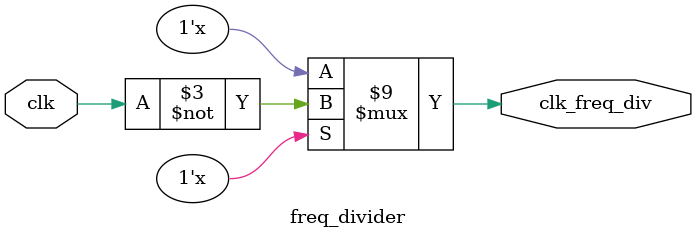
<source format=v>
module freq_divider(clk, clk_freq_div);
//clk			50MHz
//clk_freq_div	1Hz

	input   	clk;
	output reg  clk_freq_div;

	reg [30:0]	count;

	always @(clk) begin
		if (count == 'd10000000) begin
            clk_freq_div = ~clk;
            count <= 0;
		end
        else    count <= count + 1;
	end

endmodule

</source>
